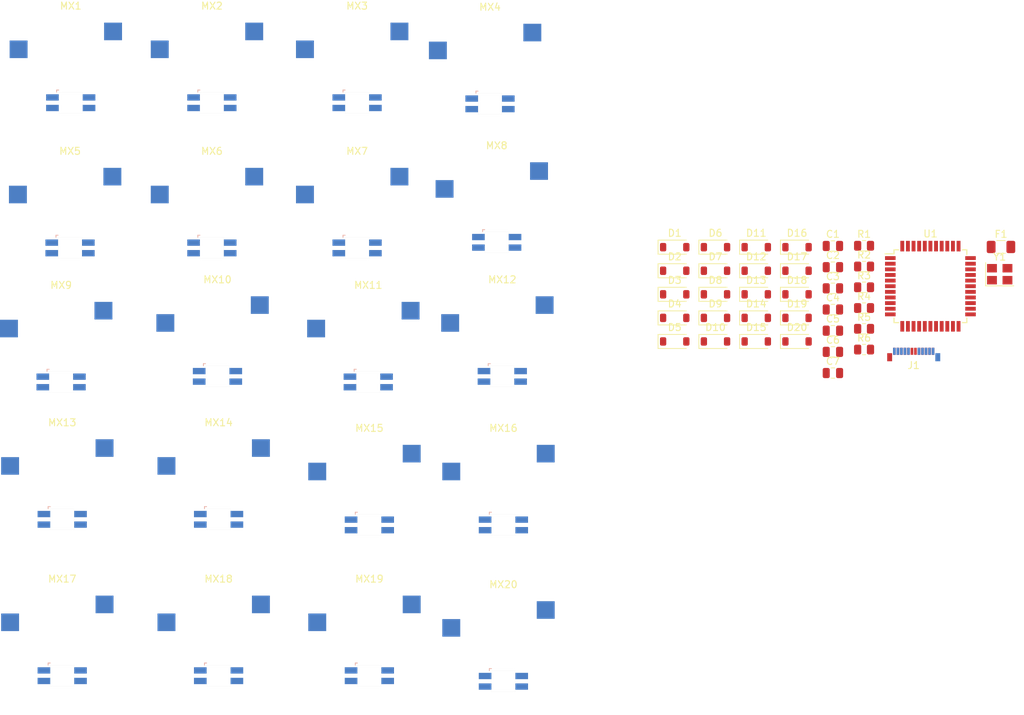
<source format=kicad_pcb>
(kicad_pcb (version 20221018) (generator pcbnew)
  (layers (0 "F.Cu" signal) (31 "B.Cu" signal) (34 "B.Paste" user) (35 "F.Paste" user) (36 "B.SilkS" user "B.Silkscreen") (37 "F.SilkS" user "F.Silkscreen") (38 "B.Mask" user) (39 "F.Mask" user) (44 "Edge.Cuts" user))
  (net 0 "")
  (net 1 "GND")
  (net 2 "Net-(U1-XTAL1)")
  (net 3 "Net-(U1-XTAL2)")
  (net 4 "Net-(U1-UCAP)")
  (net 5 "+5V")
  (net 6 "row0")
  (net 7 "Net-(D1-A)")
  (net 8 "Net-(D2-A)")
  (net 9 "Net-(D3-A)")
  (net 10 "Net-(D4-A)")
  (net 11 "row1")
  (net 12 "Net-(D5-A)")
  (net 13 "Net-(D6-A)")
  (net 14 "Net-(D7-A)")
  (net 15 "Net-(D8-A)")
  (net 16 "row2")
  (net 17 "Net-(D9-A)")
  (net 18 "Net-(D10-A)")
  (net 19 "Net-(D11-A)")
  (net 20 "Net-(D12-A)")
  (net 21 "row3")
  (net 22 "Net-(D13-A)")
  (net 23 "Net-(D14-A)")
  (net 24 "Net-(D15-A)")
  (net 25 "Net-(D16-A)")
  (net 26 "row4")
  (net 27 "Net-(D17-A)")
  (net 28 "Net-(D18-A)")
  (net 29 "Net-(D19-A)")
  (net 30 "Net-(D20-A)")
  (net 31 "VCC")
  (net 34 "Net-(J1-CC1)")
  (net 35 "D+")
  (net 36 "D-")
  (net 42 "Net-(J1-CC2)")
  (net 47 "col0")
  (net 48 "RGB-")
  (net 49 "DIN")
  (net 50 "RGB+")
  (net 51 "Net-(MX1-DOUT)")
  (net 52 "col1")
  (net 53 "Net-(MX2-DOUT)")
  (net 54 "col2")
  (net 55 "Net-(MX3-DOUT)")
  (net 56 "col3")
  (net 57 "Net-(MX4-DOUT)")
  (net 58 "Net-(MX5-DOUT)")
  (net 59 "Net-(MX6-DOUT)")
  (net 60 "Net-(MX7-DOUT)")
  (net 61 "Net-(MX8-DOUT)")
  (net 62 "Net-(MX10-DIN)")
  (net 63 "Net-(MX10-DOUT)")
  (net 64 "Net-(MX11-DOUT)")
  (net 65 "Net-(MX12-DOUT)")
  (net 66 "Net-(MX13-DOUT)")
  (net 67 "Net-(MX14-DOUT)")
  (net 68 "Net-(MX15-DOUT)")
  (net 69 "Net-(MX16-DOUT)")
  (net 70 "Net-(MX17-DOUT)")
  (net 71 "Net-(MX18-DOUT)")
  (net 72 "Net-(MX19-DOUT)")
  (net 73 "DOUT")
  (net 74 "Net-(U1-~{RESET})")
  (net 75 "Net-(U1-D+)")
  (net 76 "Net-(U1-D-)")
  (net 77 "Net-(U1-~{HWB}{slash}PE2)")
  (footprint "Diode_SMD:D_SOD-123" (layer "F.Cu") (at 119.04125 52.44375)
    (fp_text reference "D8" (at 0 -2) (layer "F.SilkS"))
    (fp_text value "D_Small")
    (pad "1" smd roundrect (at -1.65 0) (size 0.9 1.2) (layers "F.Cu" "F.Paste" "F.Mask") (net 11 "row1"))
    (pad "2" smd roundrect (at 1.65 0) (size 0.9 1.2) (layers "F.Cu" "F.Paste" "F.Mask") (net 15 "Net-(D8-A)"))
  )
  (footprint "Diode_SMD:D_SOD-123" (layer "F.Cu") (at 119.04125 49.09375)
    (fp_text reference "D7" (at 0 -2) (layer "F.SilkS"))
    (fp_text value "D_Small")
    (pad "1" smd roundrect (at -1.65 0) (size 0.9 1.2) (layers "F.Cu" "F.Paste" "F.Mask") (net 11 "row1"))
    (pad "2" smd roundrect (at 1.65 0) (size 0.9 1.2) (layers "F.Cu" "F.Paste" "F.Mask") (net 14 "Net-(D7-A)"))
  )
  (footprint "Cherry MX:Cherry-MX_PCB-Mounted_LTST-A683CEGBW_Kailh_Socket" (layer "F.Cu") (at 68.10375 20.16125)
    (fp_text reference "MX3" (at 0 -8.7) (layer "F.SilkS"))
    (fp_text value "~")
    (fp_poly (pts (xy 1.7 6.55) (xy -1.7 6.55) (xy -1.7 3.55) (xy 1.7 3.55)) (stroke (width 0.01)) (fill none) (layer "Edge.Cuts"))
    (pad "" np_thru_hole circle (at -5.08 0) (size 1.7 1.7) (drill 1.7) (layers "*.Cu" "*.Mask"))
    (pad "" np_thru_hole circle (at -3.81 -2.54) (size 3 3) (drill 3) (layers "*.Cu" "*.Mask"))
    (pad "" np_thru_hole circle (at 0 0) (size 4 4) (drill 4) (layers "*.Cu" "*.Mask"))
    (pad "" np_thru_hole circle (at 2.54 -5.08) (size 3 3) (drill 3) (layers "*.Cu" "*.Mask"))
    (pad "" np_thru_hole circle (at 5.08 0) (size 1.7 1.7) (drill 1.7) (layers "*.Cu" "*.Mask"))
    (pad "1" smd rect (at -2.6 4.3) (size 1.8 0.9) (layers "B.Cu" "B.Paste" "B.Mask") (net 48 "RGB-"))
    (pad "2" smd rect (at -2.6 5.8) (size 1.8 0.9) (layers "B.Cu" "B.Paste" "B.Mask") (net 53 "Net-(MX2-DOUT)"))
    (pad "3" smd rect (at 2.6 4.3) (size 1.8 0.9) (layers "B.Cu" "B.Paste" "B.Mask") (net 55 "Net-(MX3-DOUT)"))
    (pad "4" smd rect (at 2.6 5.8) (size 1.8 0.9) (layers "B.Cu" "B.Paste" "B.Mask") (net 50 "RGB+"))
    (pad "5" smd rect (at -7.41 -2.54) (size 2.55 2.5) (layers "B.Cu" "B.Paste" "B.Mask") (net 9 "Net-(D3-A)"))
    (pad "6" smd rect (at 6.015 -5.08) (size 2.55 2.5) (layers "B.Cu" "B.Paste" "B.Mask") (net 54 "col2"))
  )
  (footprint "Diode_SMD:D_SOD-123" (layer "F.Cu") (at 113.24625 52.44375)
    (fp_text reference "D3" (at 0 -2) (layer "F.SilkS"))
    (fp_text value "D_Small")
    (pad "1" smd roundrect (at -1.65 0) (size 0.9 1.2) (layers "F.Cu" "F.Paste" "F.Mask") (net 6 "row0"))
    (pad "2" smd roundrect (at 1.65 0) (size 0.9 1.2) (layers "F.Cu" "F.Paste" "F.Mask") (net 9 "Net-(D3-A)"))
  )
  (footprint "Cherry MX:Cherry-MX_PCB-Mounted_LTST-A683CEGBW_Kailh_Socket" (layer "F.Cu") (at 69.69125 59.84875)
    (fp_text reference "MX11" (at 0 -8.7) (layer "F.SilkS"))
    (fp_text value "~")
    (fp_poly (pts (xy 1.7 6.55) (xy -1.7 6.55) (xy -1.7 3.55) (xy 1.7 3.55)) (stroke (width 0.01)) (fill none) (layer "Edge.Cuts"))
    (pad "" np_thru_hole circle (at -5.08 0) (size 1.7 1.7) (drill 1.7) (layers "*.Cu" "*.Mask"))
    (pad "" np_thru_hole circle (at -3.81 -2.54) (size 3 3) (drill 3) (layers "*.Cu" "*.Mask"))
    (pad "" np_thru_hole circle (at 0 0) (size 4 4) (drill 4) (layers "*.Cu" "*.Mask"))
    (pad "" np_thru_hole circle (at 2.54 -5.08) (size 3 3) (drill 3) (layers "*.Cu" "*.Mask"))
    (pad "" np_thru_hole circle (at 5.08 0) (size 1.7 1.7) (drill 1.7) (layers "*.Cu" "*.Mask"))
    (pad "1" smd rect (at -2.6 4.3) (size 1.8 0.9) (layers "B.Cu" "B.Paste" "B.Mask") (net 48 "RGB-"))
    (pad "2" smd rect (at -2.6 5.8) (size 1.8 0.9) (layers "B.Cu" "B.Paste" "B.Mask") (net 63 "Net-(MX10-DOUT)"))
    (pad "3" smd rect (at 2.6 4.3) (size 1.8 0.9) (layers "B.Cu" "B.Paste" "B.Mask") (net 64 "Net-(MX11-DOUT)"))
    (pad "4" smd rect (at 2.6 5.8) (size 1.8 0.9) (layers "B.Cu" "B.Paste" "B.Mask") (net 50 "RGB+"))
    (pad "5" smd rect (at -7.41 -2.54) (size 2.55 2.5) (layers "B.Cu" "B.Paste" "B.Mask") (net 19 "Net-(D11-A)"))
    (pad "6" smd rect (at 6.015 -5.08) (size 2.55 2.5) (layers "B.Cu" "B.Paste" "B.Mask") (net 54 "col2"))
  )
  (footprint "Diode_SMD:D_SOD-123" (layer "F.Cu") (at 130.63125 52.44375)
    (fp_text reference "D18" (at 0 -2) (layer "F.SilkS"))
    (fp_text value "D_Small")
    (pad "1" smd roundrect (at -1.65 0) (size 0.9 1.2) (layers "F.Cu" "F.Paste" "F.Mask") (net 26 "row4"))
    (pad "2" smd roundrect (at 1.65 0) (size 0.9 1.2) (layers "F.Cu" "F.Paste" "F.Mask") (net 28 "Net-(D18-A)"))
  )
  (footprint "Cherry MX:Cherry-MX_PCB-Mounted_LTST-A683CEGBW_Kailh_Socket" (layer "F.Cu") (at 26.19375 101.6)
    (fp_text reference "MX17" (at 0 -8.7) (layer "F.SilkS"))
    (fp_text value "~")
    (fp_poly (pts (xy 1.7 6.55) (xy -1.7 6.55) (xy -1.7 3.55) (xy 1.7 3.55)) (stroke (width 0.01)) (fill none) (layer "Edge.Cuts"))
    (pad "" np_thru_hole circle (at -5.08 0) (size 1.7 1.7) (drill 1.7) (layers "*.Cu" "*.Mask"))
    (pad "" np_thru_hole circle (at -3.81 -2.54) (size 3 3) (drill 3) (layers "*.Cu" "*.Mask"))
    (pad "" np_thru_hole circle (at 0 0) (size 4 4) (drill 4) (layers "*.Cu" "*.Mask"))
    (pad "" np_thru_hole circle (at 2.54 -5.08) (size 3 3) (drill 3) (layers "*.Cu" "*.Mask"))
    (pad "" np_thru_hole circle (at 5.08 0) (size 1.7 1.7) (drill 1.7) (layers "*.Cu" "*.Mask"))
    (pad "1" smd rect (at -2.6 4.3) (size 1.8 0.9) (layers "B.Cu" "B.Paste" "B.Mask") (net 48 "RGB-"))
    (pad "2" smd rect (at -2.6 5.8) (size 1.8 0.9) (layers "B.Cu" "B.Paste" "B.Mask") (net 69 "Net-(MX16-DOUT)"))
    (pad "3" smd rect (at 2.6 4.3) (size 1.8 0.9) (layers "B.Cu" "B.Paste" "B.Mask") (net 70 "Net-(MX17-DOUT)"))
    (pad "4" smd rect (at 2.6 5.8) (size 1.8 0.9) (layers "B.Cu" "B.Paste" "B.Mask") (net 50 "RGB+"))
    (pad "5" smd rect (at -7.41 -2.54) (size 2.55 2.5) (layers "B.Cu" "B.Paste" "B.Mask") (net 27 "Net-(D17-A)"))
    (pad "6" smd rect (at 6.015 -5.08) (size 2.55 2.5) (layers "B.Cu" "B.Paste" "B.Mask") (net 47 "col0"))
  )
  (footprint "Diode_SMD:D_SOD-123" (layer "F.Cu") (at 130.63125 55.79375)
    (fp_text reference "D19" (at 0 -2) (layer "F.SilkS"))
    (fp_text value "D_Small")
    (pad "1" smd roundrect (at -1.65 0) (size 0.9 1.2) (layers "F.Cu" "F.Paste" "F.Mask") (net 26 "row4"))
    (pad "2" smd roundrect (at 1.65 0) (size 0.9 1.2) (layers "F.Cu" "F.Paste" "F.Mask") (net 29 "Net-(D19-A)"))
  )
  (footprint "Cherry MX:Cherry-MX_PCB-Mounted_LTST-A683CEGBW_Kailh_Socket" (layer "F.Cu") (at 48.26 59.055)
    (fp_text reference "MX10" (at 0 -8.7) (layer "F.SilkS"))
    (fp_text value "~")
    (fp_poly (pts (xy 1.7 6.55) (xy -1.7 6.55) (xy -1.7 3.55) (xy 1.7 3.55)) (stroke (width 0.01)) (fill none) (layer "Edge.Cuts"))
    (pad "" np_thru_hole circle (at -5.08 0) (size 1.7 1.7) (drill 1.7) (layers "*.Cu" "*.Mask"))
    (pad "" np_thru_hole circle (at -3.81 -2.54) (size 3 3) (drill 3) (layers "*.Cu" "*.Mask"))
    (pad "" np_thru_hole circle (at 0 0) (size 4 4) (drill 4) (layers "*.Cu" "*.Mask"))
    (pad "" np_thru_hole circle (at 2.54 -5.08) (size 3 3) (drill 3) (layers "*.Cu" "*.Mask"))
    (pad "" np_thru_hole circle (at 5.08 0) (size 1.7 1.7) (drill 1.7) (layers "*.Cu" "*.Mask"))
    (pad "1" smd rect (at -2.6 4.3) (size 1.8 0.9) (layers "B.Cu" "B.Paste" "B.Mask") (net 48 "RGB-"))
    (pad "2" smd rect (at -2.6 5.8) (size 1.8 0.9) (layers "B.Cu" "B.Paste" "B.Mask") (net 62 "Net-(MX10-DIN)"))
    (pad "3" smd rect (at 2.6 4.3) (size 1.8 0.9) (layers "B.Cu" "B.Paste" "B.Mask") (net 63 "Net-(MX10-DOUT)"))
    (pad "4" smd rect (at 2.6 5.8) (size 1.8 0.9) (layers "B.Cu" "B.Paste" "B.Mask") (net 50 "RGB+"))
    (pad "5" smd rect (at -7.41 -2.54) (size 2.55 2.5) (layers "B.Cu" "B.Paste" "B.Mask") (net 18 "Net-(D10-A)"))
    (pad "6" smd rect (at 6.015 -5.08) (size 2.55 2.5) (layers "B.Cu" "B.Paste" "B.Mask") (net 52 "col1"))
  )
  (footprint "Cherry MX:Cherry-MX_PCB-Mounted_LTST-A683CEGBW_Kailh_Socket" (layer "F.Cu") (at 26.035 59.84875)
    (fp_text reference "MX9" (at 0 -8.7) (layer "F.SilkS"))
    (fp_text value "~")
    (fp_poly (pts (xy 1.7 6.55) (xy -1.7 6.55) (xy -1.7 3.55) (xy 1.7 3.55)) (stroke (width 0.01)) (fill none) (layer "Edge.Cuts"))
    (pad "" np_thru_hole circle (at -5.08 0) (size 1.7 1.7) (drill 1.7) (layers "*.Cu" "*.Mask"))
    (pad "" np_thru_hole circle (at -3.81 -2.54) (size 3 3) (drill 3) (layers "*.Cu" "*.Mask"))
    (pad "" np_thru_hole circle (at 0 0) (size 4 4) (drill 4) (layers "*.Cu" "*.Mask"))
    (pad "" np_thru_hole circle (at 2.54 -5.08) (size 3 3) (drill 3) (layers "*.Cu" "*.Mask"))
    (pad "" np_thru_hole circle (at 5.08 0) (size 1.7 1.7) (drill 1.7) (layers "*.Cu" "*.Mask"))
    (pad "1" smd rect (at -2.6 4.3) (size 1.8 0.9) (layers "B.Cu" "B.Paste" "B.Mask") (net 48 "RGB-"))
    (pad "2" smd rect (at -2.6 5.8) (size 1.8 0.9) (layers "B.Cu" "B.Paste" "B.Mask") (net 61 "Net-(MX8-DOUT)"))
    (pad "3" smd rect (at 2.6 4.3) (size 1.8 0.9) (layers "B.Cu" "B.Paste" "B.Mask") (net 62 "Net-(MX10-DIN)"))
    (pad "4" smd rect (at 2.6 5.8) (size 1.8 0.9) (layers "B.Cu" "B.Paste" "B.Mask") (net 50 "RGB+"))
    (pad "5" smd rect (at -7.41 -2.54) (size 2.55 2.5) (layers "B.Cu" "B.Paste" "B.Mask") (net 17 "Net-(D9-A)"))
    (pad "6" smd rect (at 6.015 -5.08) (size 2.55 2.5) (layers "B.Cu" "B.Paste" "B.Mask") (net 47 "col0"))
  )
  (footprint "Resistor_SMD:R_0805_2012Metric" (layer "F.Cu") (at 140.16125 60.29375)
    (fp_text reference "R6" (at 0 -1.65) (layer "F.SilkS"))
    (fp_text value "5.1k")
    (pad "1" smd roundrect (at -0.9125 0) (size 1.025 1.4) (layers "F.Cu" "F.Paste" "F.Mask") (roundrect_rratio 0.243902) (net 34 "Net-(J1-CC1)"))
    (pad "2" smd roundrect (at 0.9125 0) (size 1.025 1.4) (layers "F.Cu" "F.Paste" "F.Mask") (roundrect_rratio 0.243902) (net 1 "GND"))
  )
  (footprint "Cherry MX:Cherry-MX_PCB-Mounted_LTST-A683CEGBW_Kailh_Socket" (layer "F.Cu") (at 47.46625 40.79875)
    (fp_text reference "MX6" (at 0 -8.7) (layer "F.SilkS"))
    (fp_text value "~")
    (fp_poly (pts (xy 1.7 6.55) (xy -1.7 6.55) (xy -1.7 3.55) (xy 1.7 3.55)) (stroke (width 0.01)) (fill none) (layer "Edge.Cuts"))
    (pad "" np_thru_hole circle (at -5.08 0) (size 1.7 1.7) (drill 1.7) (layers "*.Cu" "*.Mask"))
    (pad "" np_thru_hole circle (at -3.81 -2.54) (size 3 3) (drill 3) (layers "*.Cu" "*.Mask"))
    (pad "" np_thru_hole circle (at 0 0) (size 4 4) (drill 4) (layers "*.Cu" "*.Mask"))
    (pad "" np_thru_hole circle (at 2.54 -5.08) (size 3 3) (drill 3) (layers "*.Cu" "*.Mask"))
    (pad "" np_thru_hole circle (at 5.08 0) (size 1.7 1.7) (drill 1.7) (layers "*.Cu" "*.Mask"))
    (pad "1" smd rect (at -2.6 4.3) (size 1.8 0.9) (layers "B.Cu" "B.Paste" "B.Mask") (net 48 "RGB-"))
    (pad "2" smd rect (at -2.6 5.8) (size 1.8 0.9) (layers "B.Cu" "B.Paste" "B.Mask") (net 58 "Net-(MX5-DOUT)"))
    (pad "3" smd rect (at 2.6 4.3) (size 1.8 0.9) (layers "B.Cu" "B.Paste" "B.Mask") (net 59 "Net-(MX6-DOUT)"))
    (pad "4" smd rect (at 2.6 5.8) (size 1.8 0.9) (layers "B.Cu" "B.Paste" "B.Mask") (net 50 "RGB+"))
    (pad "5" smd rect (at -7.41 -2.54) (size 2.55 2.5) (layers "B.Cu" "B.Paste" "B.Mask") (net 13 "Net-(D6-A)"))
    (pad "6" smd rect (at 6.015 -5.08) (size 2.55 2.5) (layers "B.Cu" "B.Paste" "B.Mask") (net 52 "col1"))
  )
  (footprint "Diode_SMD:D_SOD-123" (layer "F.Cu") (at 130.63125 59.14375)
    (fp_text reference "D20" (at 0 -2) (layer "F.SilkS"))
    (fp_text value "D_Small")
    (pad "1" smd roundrect (at -1.65 0) (size 0.9 1.2) (layers "F.Cu" "F.Paste" "F.Mask") (net 26 "row4"))
    (pad "2" smd roundrect (at 1.65 0) (size 0.9 1.2) (layers "F.Cu" "F.Paste" "F.Mask") (net 30 "Net-(D20-A)"))
  )
  (footprint "Capacitor_SMD:C_0805_2012Metric" (layer "F.Cu") (at 135.73125 57.61375)
    (fp_text reference "C5" (at 0 -1.68) (layer "F.SilkS"))
    (fp_text value "0.1uF")
    (pad "1" smd roundrect (at -0.95 0) (size 1 1.45) (layers "F.Cu" "F.Paste" "F.Mask") (net 5 "+5V"))
    (pad "2" smd roundrect (at 0.95 0) (size 1 1.45) (layers "F.Cu" "F.Paste" "F.Mask") (net 1 "GND"))
  )
  (footprint "Cherry MX:Cherry-MX_PCB-Mounted_LTST-A683CEGBW_Kailh_Socket" (layer "F.Cu") (at 27.40375 20.16125)
    (fp_text reference "MX1" (at 0 -8.7) (layer "F.SilkS"))
    (fp_text value "~")
    (fp_poly (pts (xy 1.7 6.55) (xy -1.7 6.55) (xy -1.7 3.55) (xy 1.7 3.55)) (stroke (width 0.01)) (fill none) (layer "Edge.Cuts"))
    (pad "" np_thru_hole circle (at -5.08 0) (size 1.7 1.7) (drill 1.7) (layers "*.Cu" "*.Mask"))
    (pad "" np_thru_hole circle (at -3.81 -2.54) (size 3 3) (drill 3) (layers "*.Cu" "*.Mask"))
    (pad "" np_thru_hole circle (at 0 0) (size 4 4) (drill 4) (layers "*.Cu" "*.Mask"))
    (pad "" np_thru_hole circle (at 2.54 -5.08) (size 3 3) (drill 3) (layers "*.Cu" "*.Mask"))
    (pad "" np_thru_hole circle (at 5.08 0) (size 1.7 1.7) (drill 1.7) (layers "*.Cu" "*.Mask"))
    (pad "1" smd rect (at -2.6 4.3) (size 1.8 0.9) (layers "B.Cu" "B.Paste" "B.Mask") (net 48 "RGB-"))
    (pad "2" smd rect (at -2.6 5.8) (size 1.8 0.9) (layers "B.Cu" "B.Paste" "B.Mask") (net 49 "DIN"))
    (pad "3" smd rect (at 2.6 4.3) (size 1.8 0.9) (layers "B.Cu" "B.Paste" "B.Mask") (net 51 "Net-(MX1-DOUT)"))
    (pad "4" smd rect (at 2.6 5.8) (size 1.8 0.9) (layers "B.Cu" "B.Paste" "B.Mask") (net 50 "RGB+"))
    (pad "5" smd rect (at -7.41 -2.54) (size 2.55 2.5) (layers "B.Cu" "B.Paste" "B.Mask") (net 7 "Net-(D1-A)"))
    (pad "6" smd rect (at 6.015 -5.08) (size 2.55 2.5) (layers "B.Cu" "B.Paste" "B.Mask") (net 47 "col0"))
  )
  (footprint "Crystal:Crystal_SMD_3225-4Pin_3.2x2.5mm" (layer "F.Cu") (at 159.44125 49.58375)
    (fp_text reference "Y1" (at 0 -2.45) (layer "F.SilkS"))
    (fp_text value "16MHz")
    (pad "1" smd rect (at -1.1 0.85) (size 1.4 1.2) (layers "F.Cu" "F.Paste" "F.Mask") (net 2 "Net-(U1-XTAL1)"))
    (pad "2" smd rect (at 1.1 0.85) (size 1.4 1.2) (layers "F.Cu" "F.Paste" "F.Mask") (net 1 "GND"))
    (pad "3" smd rect (at 1.1 -0.85) (size 1.4 1.2) (layers "F.Cu" "F.Paste" "F.Mask") (net 3 "Net-(U1-XTAL2)"))
    (pad "4" smd rect (at -1.1 -0.85) (size 1.4 1.2) (layers "F.Cu" "F.Paste" "F.Mask") (net 1 "GND"))
  )
  (footprint "Diode_SMD:D_SOD-123" (layer "F.Cu") (at 113.24625 45.74375)
    (fp_text reference "D1" (at 0 -2) (layer "F.SilkS"))
    (fp_text value "D_Small")
    (pad "1" smd roundrect (at -1.65 0) (size 0.9 1.2) (layers "F.Cu" "F.Paste" "F.Mask") (net 6 "row0"))
    (pad "2" smd roundrect (at 1.65 0) (size 0.9 1.2) (layers "F.Cu" "F.Paste" "F.Mask") (net 7 "Net-(D1-A)"))
  )
  (footprint "Cherry MX:Cherry-MX_PCB-Mounted_LTST-A683CEGBW_Kailh_Socket" (layer "F.Cu") (at 87.9475 40.005)
    (fp_text reference "MX8" (at 0 -8.7) (layer "F.SilkS"))
    (fp_text value "~")
    (fp_poly (pts (xy 1.7 6.55) (xy -1.7 6.55) (xy -1.7 3.55) (xy 1.7 3.55)) (stroke (width 0.01)) (fill none) (layer "Edge.Cuts"))
    (pad "" np_thru_hole circle (at -5.08 0) (size 1.7 1.7) (drill 1.7) (layers "*.Cu" "*.Mask"))
    (pad "" np_thru_hole circle (at -3.81 -2.54) (size 3 3) (drill 3) (layers "*.Cu" "*.Mask"))
    (pad "" np_thru_hole circle (at 0 0) (size 4 4) (drill 4) (layers "*.Cu" "*.Mask"))
    (pad "" np_thru_hole circle (at 2.54 -5.08) (size 3 3) (drill 3) (layers "*.Cu" "*.Mask"))
    (pad "" np_thru_hole circle (at 5.08 0) (size 1.7 1.7) (drill 1.7) (layers "*.Cu" "*.Mask"))
    (pad "1" smd rect (at -2.6 4.3) (size 1.8 0.9) (layers "B.Cu" "B.Paste" "B.Mask") (net 48 "RGB-"))
    (pad "2" smd rect (at -2.6 5.8) (size 1.8 0.9) (layers "B.Cu" "B.Paste" "B.Mask") (net 60 "Net-(MX7-DOUT)"))
    (pad "3" smd rect (at 2.6 4.3) (size 1.8 0.9) (layers "B.Cu" "B.Paste" "B.Mask") (net 61 "Net-(MX8-DOUT)"))
    (pad "4" smd rect (at 2.6 5.8) (size 1.8 0.9) (layers "B.Cu" "B.Paste" "B.Mask") (net 50 "RGB+"))
    (pad "5" smd rect (at -7.41 -2.54) (size 2.55 2.5) (layers "B.Cu" "B.Paste" "B.Mask") (net 15 "Net-(D8-A)"))
    (pad "6" smd rect (at 6.015 -5.08) (size 2.55 2.5) (layers "B.Cu" "B.Paste" "B.Mask") (net 56 "col3"))
  )
  (footprint "Package_QFP:TQFP-44_10x10mm_P0.8mm" (layer "F.Cu") (at 149.59125 51.29375)
    (fp_text reference "U1" (at 0 -7.45) (layer "F.SilkS"))
    (fp_text value "ATmega32U4-A")
    (pad "1" smd rect (at -5.7 -4) (size 1.5 0.55) (layers "F.Cu" "F.Paste" "F.Mask"))
    (pad "2" smd rect (at -5.7 -3.2) (size 1.5 0.55) (layers "F.Cu" "F.Paste" "F.Mask") (net 5 "+5V"))
    (pad "3" smd rect (at -5.7 -2.4) (size 1.5 0.55) (layers "F.Cu" "F.Paste" "F.Mask") (net 76 "Net-(U1-D-)"))
    (pad "4" smd rect (at -5.7 -1.6) (size 1.5 0.55) (layers "F.Cu" "F.Paste" "F.Mask") (net 75 "Net-(U1-D+)"))
    (pad "5" smd rect (at -5.7 -0.8) (size 1.5 0.55) (layers "F.Cu" "F.Paste" "F.Mask") (net 1 "GND"))
    (pad "6" smd rect (at -5.7 0) (size 1.5 0.55) (layers "F.Cu" "F.Paste" "F.Mask") (net 4 "Net-(U1-UCAP)"))
    (pad "7" smd rect (at -5.7 0.8) (size 1.5 0.55) (layers "F.Cu" "F.Paste" "F.Mask") (net 5 "+5V"))
    (pad "8" smd rect (at -5.7 1.6) (size 1.5 0.55) (layers "F.Cu" "F.Paste" "F.Mask"))
    (pad "9" smd rect (at -5.7 2.4) (size 1.5 0.55) (layers "F.Cu" "F.Paste" "F.Mask"))
    (pad "10" smd rect (at -5.7 3.2) (size 1.5 0.55) (layers "F.Cu" "F.Paste" "F.Mask"))
    (pad "11" smd rect (at -5.7 4) (size 1.5 0.55) (layers "F.Cu" "F.Paste" "F.Mask"))
    (pad "12" smd rect (at -4 5.7 90) (size 1.5 0.55) (layers "F.Cu" "F.Paste" "F.Mask"))
    (pad "13" smd rect (at -3.2 5.7 90) (size 1.5 0.55) (layers "F.Cu" "F.Paste" "F.Mask") (net 74 "Net-(U1-~{RESET})"))
    (pad "14" smd rect (at -2.4 5.7 90) (size 1.5 0.55) (layers "F.Cu" "F.Paste" "F.Mask") (net 5 "+5V"))
    (pad "15" smd rect (at -1.6 5.7 90) (size 1.5 0.55) (layers "F.Cu" "F.Paste" "F.Mask") (net 1 "GND"))
    (pad "16" smd rect (at -0.8 5.7 90) (size 1.5 0.55) (layers "F.Cu" "F.Paste" "F.Mask") (net 3 "Net-(U1-XTAL2)"))
    (pad "17" smd rect (at 0 5.7 90) (size 1.5 0.55) (layers "F.Cu" "F.Paste" "F.Mask") (net 2 "Net-(U1-XTAL1)"))
    (pad "18" smd rect (at 0.8 5.7 90) (size 1.5 0.55) (layers "F.Cu" "F.Paste" "F.Mask"))
    (pad "19" smd rect (at 1.6 5.7 90) (size 1.5 0.55) (layers "F.Cu" "F.Paste" "F.Mask"))
    (pad "20" smd rect (at 2.4 5.7 90) (size 1.5 0.55) (layers "F.Cu" "F.Paste" "F.Mask"))
    (pad "21" smd rect (at 3.2 5.7 90) (size 1.5 0.55) (layers "F.Cu" "F.Paste" "F.Mask"))
    (pad "22" smd rect (at 4 5.7 90) (size 1.5 0.55) (layers "F.Cu" "F.Paste" "F.Mask"))
    (pad "23" smd rect (at 5.7 4) (size 1.5 0.55) (layers "F.Cu" "F.Paste" "F.Mask") (net 1 "GND"))
    (pad "24" smd rect (at 5.7 3.2) (size 1.5 0.55) (layers "F.Cu" "F.Paste" "F.Mask") (net 5 "+5V"))
    (pad "25" smd rect (at 5.7 2.4) (size 1.5 0.55) (layers "F.Cu" "F.Paste" "F.Mask"))
    (pad "26" smd rect (at 5.7 1.6) (size 1.5 0.55) (layers "F.Cu" "F.Paste" "F.Mask"))
    (pad "27" smd rect (at 5.7 0.8) (size 1.5 0.55) (layers "F.Cu" "F.Paste" "F.Mask"))
    (pad "28" smd rect (at 5.7 0) (size 1.5 0.55) (layers "F.Cu" "F.Paste" "F.Mask"))
    (pad "29" smd rect (at 5.7 -0.8) (size 1.5 0.55) (layers "F.Cu" "F.Paste" "F.Mask"))
    (pad "30" smd rect (at 5.7 -1.6) (size 1.5 0.55) (layers "F.Cu" "F.Paste" "F.Mask"))
    (pad "31" smd rect (at 5.7 -2.4) (size 1.5 0.55) (layers "F.Cu" "F.Paste" "F.Mask"))
    (pad "32" smd rect (at 5.7 -3.2) (size 1.5 0.55) (layers "F.Cu" "F.Paste" "F.Mask"))
    (pad "33" smd rect (at 5.7 -4) (size 1.5 0.55) (layers "F.Cu" "F.Paste" "F.Mask") (net 77 "Net-(U1-~{HWB}{slash}PE2)"))
    (pad "34" smd rect (at 4 -5.7 90) (size 1.5 0.55) (layers "F.Cu" "F.Paste" "F.Mask") (net 5 "+5V"))
    (pad "35" smd rect (at 3.2 -5.7 90) (size 1.5 0.55) (layers "F.Cu" "F.Paste" "F.Mask") (net 1 "GND"))
    (pad "36" smd rect (at 2.4 -5.7 90) (size 1.5 0.55) (layers "F.Cu" "F.Paste" "F.Mask"))
    (pad "37" smd rect (at 1.6 -5.7 90) (size 1.5 0.55) (layers "F.Cu" "F.Paste" "F.Mask"))
    (pad "38" smd rect (at 0.8 -5.7 90) (size 1.5 0.55) (layers "F.Cu" "F.Paste" "F.Mask"))
    (pad "39" smd rect (at 0 -5.7 90) (size 1.5 0.55) (layers "F.Cu" "F.Paste" "F.Mask"))
    (pad "40" smd rect (at -0.8 -5.7 90) (size 1.5 0.55) (layers "F.Cu" "F.Paste" "F.Mask"))
    (pad "41" smd rect (at -1.6 -5.7 90) (size 1.5 0.55) (layers "F.Cu" "F.Paste" "F.Mask"))
    (pad "42" smd rect (at -2.4 -5.7 90) (size 1.5 0.55) (layers "F.Cu" "F.Paste" "F.Mask"))
    (pad "43" smd rect (at -3.2 -5.7 90) (size 1.5 0.55) (layers "F.Cu" "F.Paste" "F.Mask") (net 1 "GND"))
    (pad "44" smd rect (at -4 -5.7 90) (size 1.5 0.55) (layers "F.Cu" "F.Paste" "F.Mask") (net 5 "+5V"))
  )
  (footprint "Cherry MX:Cherry-MX_PCB-Mounted_LTST-A683CEGBW_Kailh_Socket" (layer "F.Cu") (at 69.85 80.16875)
    (fp_text reference "MX15" (at 0 -8.7) (layer "F.SilkS"))
    (fp_text value "~")
    (fp_poly (pts (xy 1.7 6.55) (xy -1.7 6.55) (xy -1.7 3.55) (xy 1.7 3.55)) (stroke (width 0.01)) (fill none) (layer "Edge.Cuts"))
    (pad "" np_thru_hole circle (at -5.08 0) (size 1.7 1.7) (drill 1.7) (layers "*.Cu" "*.Mask"))
    (pad "" np_thru_hole circle (at -3.81 -2.54) (size 3 3) (drill 3) (layers "*.Cu" "*.Mask"))
    (pad "" np_thru_hole circle (at 0 0) (size 4 4) (drill 4) (layers "*.Cu" "*.Mask"))
    (pad "" np_thru_hole circle (at 2.54 -5.08) (size 3 3) (drill 3) (layers "*.Cu" "*.Mask"))
    (pad "" np_thru_hole circle (at 5.08 0) (size 1.7 1.7) (drill 1.7) (layers "*.Cu" "*.Mask"))
    (pad "1" smd rect (at -2.6 4.3) (size 1.8 0.9) (layers "B.Cu" "B.Paste" "B.Mask") (net 48 "RGB-"))
    (pad "2" smd rect (at -2.6 5.8) (size 1.8 0.9) (layers "B.Cu" "B.Paste" "B.Mask") (net 67 "Net-(MX14-DOUT)"))
    (pad "3" smd rect (at 2.6 4.3) (size 1.8 0.9) (layers "B.Cu" "B.Paste" "B.Mask") (net 68 "Net-(MX15-DOUT)"))
    (pad "4" smd rect (at 2.6 5.8) (size 1.8 0.9) (layers "B.Cu" "B.Paste" "B.Mask") (net 50 "RGB+"))
    (pad "5" smd rect (at -7.41 -2.54) (size 2.55 2.5) (layers "B.Cu" "B.Paste" "B.Mask") (net 24 "Net-(D15-A)"))
    (pad "6" smd rect (at 6.015 -5.08) (size 2.55 2.5) (layers "B.Cu" "B.Paste" "B.Mask") (net 54 "col2"))
  )
  (footprint "Cherry MX:Cherry-MX_PCB-Mounted_LTST-A683CEGBW_Kailh_Socket" (layer "F.Cu") (at 26.19375 79.375)
    (fp_text reference "MX13" (at 0 -8.7) (layer "F.SilkS"))
    (fp_text value "~")
    (fp_poly (pts (xy 1.7 6.55) (xy -1.7 6.55) (xy -1.7 3.55) (xy 1.7 3.55)) (stroke (width 0.01)) (fill none) (layer "Edge.Cuts"))
    (pad "" np_thru_hole circle (at -5.08 0) (size 1.7 1.7) (drill 1.7) (layers "*.Cu" "*.Mask"))
    (pad "" np_thru_hole circle (at -3.81 -2.54) (size 3 3) (drill 3) (layers "*.Cu" "*.Mask"))
    (pad "" np_thru_hole circle (at 0 0) (size 4 4) (drill 4) (layers "*.Cu" "*.Mask"))
    (pad "" np_thru_hole circle (at 2.54 -5.08) (size 3 3) (drill 3) (layers "*.Cu" "*.Mask"))
    (pad "" np_thru_hole circle (at 5.08 0) (size 1.7 1.7) (drill 1.7) (layers "*.Cu" "*.Mask"))
    (pad "1" smd rect (at -2.6 4.3) (size 1.8 0.9) (layers "B.Cu" "B.Paste" "B.Mask") (net 48 "RGB-"))
    (pad "2" smd rect (at -2.6 5.8) (size 1.8 0.9) (layers "B.Cu" "B.Paste" "B.Mask") (net 65 "Net-(MX12-DOUT)"))
    (pad "3" smd rect (at 2.6 4.3) (size 1.8 0.9) (layers "B.Cu" "B.Paste" "B.Mask") (net 66 "Net-(MX13-DOUT)"))
    (pad "4" smd rect (at 2.6 5.8) (size 1.8 0.9) (layers "B.Cu" "B.Paste" "B.Mask") (net 50 "RGB+"))
    (pad "5" smd rect (at -7.41 -2.54) (size 2.55 2.5) (layers "B.Cu" "B.Paste" "B.Mask") (net 22 "Net-(D13-A)"))
    (pad "6" smd rect (at 6.015 -5.08) (size 2.55 2.5) (layers "B.Cu" "B.Paste" "B.Mask") (net 47 "col0"))
  )
  (footprint "Diode_SMD:D_SOD-123" (layer "F.Cu") (at 119.04125 45.74375)
    (fp_text reference "D6" (at 0 -2) (layer "F.SilkS"))
    (fp_text value "D_Small")
    (pad "1" smd roundrect (at -1.65 0) (size 0.9 1.2) (layers "F.Cu" "F.Paste" "F.Mask") (net 11 "row1"))
    (pad "2" smd roundrect (at 1.65 0) (size 0.9 1.2) (layers "F.Cu" "F.Paste" "F.Mask") (net 13 "Net-(D6-A)"))
  )
  (footprint "Diode_SMD:D_SOD-123" (layer "F.Cu") (at 113.24625 59.14375)
    (fp_text reference "D5" (at 0 -2) (layer "F.SilkS"))
    (fp_text value "D_Small")
    (pad "1" smd roundrect (at -1.65 0) (size 0.9 1.2) (layers "F.Cu" "F.Paste" "F.Mask") (net 11 "row1"))
    (pad "2" smd roundrect (at 1.65 0) (size 0.9 1.2) (layers "F.Cu" "F.Paste" "F.Mask") (net 12 "Net-(D5-A)"))
  )
  (footprint "Cherry MX:Cherry-MX_PCB-Mounted_LTST-A683CEGBW_Kailh_Socket" (layer "F.Cu") (at 88.9 102.39375)
    (fp_text reference "MX20" (at 0 -8.7) (layer "F.SilkS"))
    (fp_text value "~")
    (fp_poly (pts (xy 1.7 6.55) (xy -1.7 6.55) (xy -1.7 3.55) (xy 1.7 3.55)) (stroke (width 0.01)) (fill none) (layer "Edge.Cuts"))
    (pad "" np_thru_hole circle (at -5.08 0) (size 1.7 1.7) (drill 1.7) (layers "*.Cu" "*.Mask"))
    (pad "" np_thru_hole circle (at -3.81 -2.54) (size 3 3) (drill 3) (layers "*.Cu" "*.Mask"))
    (pad "" np_thru_hole circle (at 0 0) (size 4 4) (drill 4) (layers "*.Cu" "*.Mask"))
    (pad "" np_thru_hole circle (at 2.54 -5.08) (size 3 3) (drill 3) (layers "*.Cu" "*.Mask"))
    (pad "" np_thru_hole circle (at 5.08 0) (size 1.7 1.7) (drill 1.7) (layers "*.Cu" "*.Mask"))
    (pad "1" smd rect (at -2.6 4.3) (size 1.8 0.9) (layers "B.Cu" "B.Paste" "B.Mask") (net 48 "RGB-"))
    (pad "2" smd rect (at -2.6 5.8) (size 1.8 0.9) (layers "B.Cu" "B.Paste" "B.Mask") (net 72 "Net-(MX19-DOUT)"))
    (pad "3" smd rect (at 2.6 4.3) (size 1.8 0.9) (layers "B.Cu" "B.Paste" "B.Mask") (net 73 "DOUT"))
    (pad "4" smd rect (at 2.6 5.8) (size 1.8 0.9) (layers "B.Cu" "B.Paste" "B.Mask") (net 50 "RGB+"))
    (pad "5" smd rect (at -7.41 -2.54) (size 2.55 2.5) (layers "B.Cu" "B.Paste" "B.Mask") (net 30 "Net-(D20-A)"))
    (pad "6" smd rect (at 6.015 -5.08) (size 2.55 2.5) (layers "B.Cu" "B.Paste" "B.Mask") (net 56 "col3"))
  )
  (footprint "Resistor_SMD:R_0805_2012Metric" (layer "F.Cu") (at 140.16125 48.49375)
    (fp_text reference "R2" (at 0 -1.65) (layer "F.SilkS"))
    (fp_text value "22")
    (pad "1" smd roundrect (at -0.9125 0) (size 1.025 1.4) (layers "F.Cu" "F.Paste" "F.Mask") (roundrect_rratio 0.243902) (net 35 "D+"))
    (pad "2" smd roundrect (at 0.9125 0) (size 1.025 1.4) (layers "F.Cu" "F.Paste" "F.Mask") (roundrect_rratio 0.243902) (net 75 "Net-(U1-D+)"))
  )
  (footprint "Cherry MX:Cherry-MX_PCB-Mounted_LTST-A683CEGBW_Kailh_Socket" (layer "F.Cu") (at 69.85 101.6)
    (fp_text reference "MX19" (at 0 -8.7) (layer "F.SilkS"))
    (fp_text value "~")
    (fp_poly (pts (xy 1.7 6.55) (xy -1.7 6.55) (xy -1.7 3.55) (xy 1.7 3.55)) (stroke (width 0.01)) (fill none) (layer "Edge.Cuts"))
    (pad "" np_thru_hole circle (at -5.08 0) (size 1.7 1.7) (drill 1.7) (layers "*.Cu" "*.Mask"))
    (pad "" np_thru_hole circle (at -3.81 -2.54) (size 3 3) (drill 3) (layers "*.Cu" "*.Mask"))
    (pad "" np_thru_hole circle (at 0 0) (size 4 4) (drill 4) (layers "*.Cu" "*.Mask"))
    (pad "" np_thru_hole circle (at 2.54 -5.08) (size 3 3) (drill 3) (layers "*.Cu" "*.Mask"))
    (pad "" np_thru_hole circle (at 5.08 0) (size 1.7 1.7) (drill 1.7) (layers "*.Cu" "*.Mask"))
    (pad "1" smd rect (at -2.6 4.3) (size 1.8 0.9) (layers "B.Cu" "B.Paste" "B.Mask") (net 48 "RGB-"))
    (pad "2" smd rect (at -2.6 5.8) (size 1.8 0.9) (layers "B.Cu" "B.Paste" "B.Mask") (net 71 "Net-(MX18-DOUT)"))
    (pad "3" smd rect (at 2.6 4.3) (size 1.8 0.9) (layers "B.Cu" "B.Paste" "B.Mask") (net 72 "Net-(MX19-DOUT)"))
    (pad "4" smd rect (at 2.6 5.8) (size 1.8 0.9) (layers "B.Cu" "B.Paste" "B.Mask") (net 50 "RGB+"))
    (pad "5" smd rect (at -7.41 -2.54) (size 2.55 2.5) (layers "B.Cu" "B.Paste" "B.Mask") (net 29 "Net-(D19-A)"))
    (pad "6" smd rect (at 6.015 -5.08) (size 2.55 2.5) (layers "B.Cu" "B.Paste" "B.Mask") (net 54 "col2"))
  )
  (footprint "Diode_SMD:D_SOD-123" (layer "F.Cu") (at 124.83625 55.79375)
    (fp_text reference "D14" (at 0 -2) (layer "F.SilkS"))
    (fp_text value "D_Small")
    (pad "1" smd roundrect (at -1.65 0) (size 0.9 1.2) (layers "F.Cu" "F.Paste" "F.Mask") (net 21 "row3"))
    (pad "2" smd roundrect (at 1.65 0) (size 0.9 1.2) (layers "F.Cu" "F.Paste" "F.Mask") (net 23 "Net-(D14-A)"))
  )
  (footprint "Resistor_SMD:R_0805_2012Metric" (layer "F.Cu") (at 140.16125 57.34375)
    (fp_text reference "R5" (at 0 -1.65) (layer "F.SilkS"))
    (fp_text value "5.1k")
    (pad "1" smd roundrect (at -0.9125 0) (size 1.025 1.4) (layers "F.Cu" "F.Paste" "F.Mask") (roundrect_rratio 0.243902) (net 42 "Net-(J1-CC2)"))
    (pad "2" smd roundrect (at 0.9125 0) (size 1.025 1.4) (layers "F.Cu" "F.Paste" "F.Mask") (roundrect_rratio 0.243902) (net 1 "GND"))
  )
  (footprint "Diode_SMD:D_SOD-123" (layer "F.Cu") (at 124.83625 59.14375)
    (fp_text reference "D15" (at 0 -2) (layer "F.SilkS"))
    (fp_text value "D_Small")
    (pad "1" smd roundrect (at -1.65 0) (size 0.9 1.2) (layers "F.Cu" "F.Paste" "F.Mask") (net 21 "row3"))
    (pad "2" smd roundrect (at 1.65 0) (size 0.9 1.2) (layers "F.Cu" "F.Paste" "F.Mask") (net 24 "Net-(D15-A)"))
  )
  (footprint "Capacitor_SMD:C_0805_2012Metric" (layer "F.Cu") (at 135.73125 48.58375)
    (fp_text reference "C2" (at 0 -1.68) (layer "F.SilkS"))
    (fp_text value "22pF")
    (pad "1" smd roundrect (at -0.95 0) (size 1 1.45) (layers "F.Cu" "F.Paste" "F.Mask") (net 1 "GND"))
    (pad "2" smd roundrect (at 0.95 0) (size 1 1.45) (layers "F.Cu" "F.Paste" "F.Mask") (net 3 "Net-(U1-XTAL2)"))
  )
  (footprint "Diode_SMD:D_SOD-123" (layer "F.Cu") (at 130.63125 49.09375)
    (fp_text reference "D17" (at 0 -2) (layer "F.SilkS"))
    (fp_text value "D_Small")
    (pad "1" smd roundrect (at -1.65 0) (size 0.9 1.2) (layers "F.Cu" "F.Paste" "F.Mask") (net 26 "row4"))
    (pad "2" smd roundrect (at 1.65 0) (size 0.9 1.2) (layers "F.Cu" "F.Paste" "F.Mask") (net 27 "Net-(D17-A)"))
  )
  (footprint "Diode_SMD:D_SOD-123" (layer "F.Cu") (at 124.83625 49.09375)
    (fp_text reference "D12" (at 0 -2) (layer "F.SilkS"))
    (fp_text value "D_Small")
    (pad "1" smd roundrect (at -1.65 0) (size 0.9 1.2) (layers "F.Cu" "F.Paste" "F.Mask") (net 16 "row2"))
    (pad "2" smd roundrect (at 1.65 0) (size 0.9 1.2) (layers "F.Cu" "F.Paste" "F.Mask") (net 20 "Net-(D12-A)"))
  )
  (footprint "Cherry MX:Cherry-MX_PCB-Mounted_LTST-A683CEGBW_Kailh_Socket" (layer "F.Cu") (at 86.995 20.32)
    (fp_text reference "MX4" (at 0 -8.7) (layer "F.SilkS"))
    (fp_text value "~")
    (fp_poly (pts (xy 1.7 6.55) (xy -1.7 6.55) (xy -1.7 3.55) (xy 1.7 3.55)) (stroke (width 0.01)) (fill none) (layer "Edge.Cuts"))
    (pad "" np_thru_hole circle (at -5.08 0) (size 1.7 1.7) (drill 1.7) (layers "*.Cu" "*.Mask"))
    (pad "" np_thru_hole circle (at -3.81 -2.54) (size 3 3) (drill 3) (layers "*.Cu" "*.Mask"))
    (pad "" np_thru_hole circle (at 0 0) (size 4 4) (drill 4) (layers "*.Cu" "*.Mask"))
    (pad "" np_thru_hole circle (at 2.54 -5.08) (size 3 3) (drill 3) (layers "*.Cu" "*.Mask"))
    (pad "" np_thru_hole circle (at 5.08 0) (size 1.7 1.7) (drill 1.7) (layers "*.Cu" "*.Mask"))
    (pad "1" smd rect (at -2.6 4.3) (size 1.8 0.9) (layers "B.Cu" "B.Paste" "B.Mask") (net 48 "RGB-"))
    (pad "2" smd rect (at -2.6 5.8) (size 1.8 0.9) (layers "B.Cu" "B.Paste" "B.Mask") (net 55 "Net-(MX3-DOUT)"))
    (pad "3" smd rect (at 2.6 4.3) (size 1.8 0.9) (layers "B.Cu" "B.Paste" "B.Mask") (net 57 "Net-(MX4-DOUT)"))
    (pad "4" smd rect (at 2.6 5.8) (size 1.8 0.9) (layers "B.Cu" "B.Paste" "B.Mask") (net 50 "RGB+"))
    (pad "5" smd rect (at -7.41 -2.54) (size 2.55 2.5) (layers "B.Cu" "B.Paste" "B.Mask") (net 10 "Net-(D4-A)"))
    (pad "6" smd rect (at 6.015 -5.08) (size 2.55 2.5) (layers "B.Cu" "B.Paste" "B.Mask") (net 56 "col3"))
  )
  (footprint "Cherry MX:Cherry-MX_PCB-Mounted_LTST-A683CEGBW_Kailh_Socket" (layer "F.Cu") (at 48.41875 101.6)
    (fp_text reference "MX18" (at 0 -8.7) (layer "F.SilkS"))
    (fp_text value "~")
    (fp_poly (pts (xy 1.7 6.55) (xy -1.7 6.55) (xy -1.7 3.55) (xy 1.7 3.55)) (stroke (width 0.01)) (fill none) (layer "Edge.Cuts"))
    (pad "" np_thru_hole circle (at -5.08 0) (size 1.7 1.7) (drill 1.7) (layers "*.Cu" "*.Mask"))
    (pad "" np_thru_hole circle (at -3.81 -2.54) (size 3 3) (drill 3) (layers "*.Cu" "*.Mask"))
    (pad "" np_thru_hole circle (at 0 0) (size 4 4) (drill 4) (layers "*.Cu" "*.Mask"))
    (pad "" np_thru_hole circle (at 2.54 -5.08) (size 3 3) (drill 3) (layers "*.Cu" "*.Mask"))
    (pad "" np_thru_hole circle (at 5.08 0) (size 1.7 1.7) (drill 1.7) (layers "*.Cu" "*.Mask"))
    (pad "1" smd rect (at -2.6 4.3) (size 1.8 0.9) (layers "B.Cu" "B.Paste" "B.Mask") (net 48 "RGB-"))
    (pad "2" smd rect (at -2.6 5.8) (size 1.8 0.9) (layers "B.Cu" "B.Paste" "B.Mask") (net 70 "Net-(MX17-DOUT)"))
    (pad "3" smd rect (at 2.6 4.3) (size 1.8 0.9) (layers "B.Cu" "B.Paste" "B.Mask") (net 71 "Net-(MX18-DOUT)"))
    (pad "4" smd rect (at 2.6 5.8) (size 1.8 0.9) (layers "B.Cu" "B.Paste" "B.Mask") (net 50 "RGB+"))
    (pad "5" smd rect (at -7.41 -2.54) (size 2.55 2.5) (layers "B.Cu" "B.Paste" "B.Mask") (net 28 "Net-(D18-A)"))
    (pad "6" smd rect (at 6.015 -5.08) (size 2.55 2.5) (layers "B.Cu" "B.Paste" "B.Mask") (net 52 "col1"))
  )
  (footprint "Cherry MX:Cherry-MX_PCB-Mounted_LTST-A683CEGBW_Kailh_Socket" (layer "F.Cu") (at 27.305 40.79875)
    (fp_text reference "MX5" (at 0 -8.7) (layer "F.SilkS"))
    (fp_text value "~")
    (fp_poly (pts (xy 1.7 6.55) (xy -1.7 6.55) (xy -1.7 3.55) (xy 1.7 3.55)) (stroke (width 0.01)) (fill none) (layer "Edge.Cuts"))
    (pad "" np_thru_hole circle (at -5.08 0) (size 1.7 1.7) (drill 1.7) (layers "*.Cu" "*.Mask"))
    (pad "" np_thru_hole circle (at -3.81 -2.54) (size 3 3) (drill 3) (layers "*.Cu" "*.Mask"))
    (pad "" np_thru_hole circle (at 0 0) (size 4 4) (drill 4) (layers "*.Cu" "*.Mask"))
    (pad "" np_thru_hole circle (at 2.54 -5.08) (size 3 3) (drill 3) (layers "*.Cu" "*.Mask"))
    (pad "" np_thru_hole circle (at 5.08 0) (size 1.7 1.7) (drill 1.7) (layers "*.Cu" "*.Mask"))
    (pad "1" smd rect (at -2.6 4.3) (size 1.8 0.9) (layers "B.Cu" "B.Paste" "B.Mask") (net 48 "RGB-"))
    (pad "2" smd rect (at -2.6 5.8) (size 1.8 0.9) (layers "B.Cu" "B.Paste" "B.Mask") (net 57 "Net-(MX4-DOUT)"))
    (pad "3" smd rect (at 2.6 4.3) (size 1.8 0.9) (layers "B.Cu" "B.Paste" "B.Mask") (net 58 "Net-(MX5-DOUT)"))
    (pad "4" smd rect (at 2.6 5.8) (size 1.8 0.9) (layers "B.Cu" "B.Paste" "B.Mask") (net 50 "RGB+"))
    (pad "5" smd rect (at -7.41 -2.54) (size 2.55 2.5) (layers "B.Cu" "B.Paste" "B.Mask") (net 12 "Net-(D5-A)"))
    (pad "6" smd rect (at 6.015 -5.08) (size 2.55 2.5) (layers "B.Cu" "B.Paste" "B.Mask") (net 47 "col0"))
  )
  (footprint "Connector_USB:USB_C_Plug_Molex_105444" (layer "F.Cu") (at 147.21625 60.50375)
    (fp_text reference "J1" (at 0 2.04) (layer "F.SilkS"))
    (fp_text value "USB_C_Receptacle")
    (pad "A1" smd rect (at -2.75 0.04) (size 0.38 1) (layers "F.Cu" "F.Paste" "F.Mask") (net 1 "GND"))
    (pad "A2" smd rect (at -2.25 0.04) (size 0.38 1) (layers "F.Cu" "F.Paste" "F.Mask"))
    (pad "A3" smd rect (at -1.75 0.04) (size 0.38 1) (layers "F.Cu" "F.Paste" "F.Mask"))
    (pad "A4" smd rect (at -1.25 0.04) (size 0.38 1) (layers "F.Cu" "F.Paste" "F.Mask") (net 31 "VCC"))
    (pad "A5" smd rect (at -0.75 0.04) (size 0.38 1) (layers "F.Cu" "F.Paste" "F.Mask") (net 34 "Net-(J1-CC1)"))
    (pad "A6" smd rect (at -0.25 0.04) (size 0.38 1) (layers "F.Cu" "F.Paste" "F.Mask") (net 35 "D+"))
    (pad "A7" smd rect (at 0.25 0.04) (size 0.38 1) (layers "F.Cu" "F.Paste" "F.Mask") (net 36 "D-"))
    (pad "A8" smd rect (at 0.75 0.04) (size 0.38 1) (layers "F.Cu" "F.Paste" "F.Mask"))
    (pad "A9" smd rect (at 1.25 0.04) (size 0.38 1) (layers "F.Cu" "F.Paste" "F.Mask") (net 31 "VCC"))
    (pad "A10" smd rect (at 1.75 0.04) (size 0.38 1) (layers "F.Cu" "F.Paste" "F.Mask"))
    (pad "A11" smd rect (at 2.25 0.04) (size 0.38 1) (layers "F.Cu" "F.Paste" "F.Mask"))
    (pad "A12" smd rect (at 2.75 0.04) (size 0.38 1) (layers "F.Cu" "F.Paste" "F.Mask") (net 1 "GND"))
    (pad "B1" smd rect (at 2.75 0.04) (size 0.38 1) (layers "B.Cu" "B.Paste" "B.Mask") (net 1 "GND"))
    (pad "B2" smd rect (at 2.25 0.04) (size 0.38 1) (layers "B.Cu" "B.Paste" "B.Mask"))
    (pad "B3" smd rect (at 1.75 0.04) (size 0.38 1) (layers "B.Cu" "B.Paste" "B.Mask"))
    (pad "B4" smd rect (at 1.25 0.04) (size 0.38 1) (layers "B.Cu" "B.Paste" "B.Mask") (net 31 "VCC"))
    (pad "B5" smd rect (at 0.75 0.04) (size 0.38 1) (layers "B.Cu" "B.Paste" "B.Mask") (net 42 "Net-(J1-CC2)"))
    (pad "B8" smd rect (at -0.75 0.04) (size 0.38 1) (layers "B.Cu" "B.Paste" "B.Mask"))
    (pad "B9" smd rect (at -1.25 0.04) (size 0.38 1) (layers "B.Cu" "B.Paste" "B.Mask") (net 31 "VCC"))
    (pad "B10" smd rect (at -1.75 0.04) (size 0.38 1) (layers "B.Cu" "B.Paste" "B.Mask"))
    (pad "B11" smd rect (at -2.25 0.04) (size 0.38 1) (layers "B.Cu" "B.Paste" "B.Mask"))
    (pad "B12" smd rect (at -2.75 0.04) (size 0.38 1) (layers "B.Cu" "B.Paste" "B.Mask") (net 1 "GND"))
    (pad "S1" smd rect (at -3.42 0.88) (size 0.7 1.15) (layers "F.Cu" "F.Paste" "F.Mask"))
    (pad "S1" smd rect (at 3.42 0.88) (size 0.7 1.15) (layers "B.Cu" "B.Paste" "B.Mask"))
  )
  (footprint "Diode_SMD:D_SOD-123" (layer "F.Cu") (at 119.04125 55.79375)
    (fp_text reference "D9" (at 0 -2) (layer "F.SilkS"))
    (fp_text value "D_Small")
    (pad "1" smd roundrect (at -1.65 0) (size 0.9 1.2) (layers "F.Cu" "F.Paste" "F.Mask") (net 16 "row2"))
    (pad "2" smd roundrect (at 1.65 0) (size 0.9 1.2) (layers "F.Cu" "F.Paste" "F.Mask") (net 17 "Net-(D9-A)"))
  )
  (footprint "Cherry MX:Cherry-MX_PCB-Mounted_LTST-A683CEGBW_Kailh_Socket" (layer "F.Cu") (at 88.9 80.16875)
    (fp_text reference "MX16" (at 0 -8.7) (layer "F.SilkS"))
    (fp_text value "~")
    (fp_poly (pts (xy 1.7 6.55) (xy -1.7 6.55) (xy -1.7 3.55) (xy 1.7 3.55)) (stroke (width 0.01)) (fill none) (layer "Edge.Cuts"))
    (pad "" np_thru_hole circle (at -5.08 0) (size 1.7 1.7) (drill 1.7) (layers "*.Cu" "*.Mask"))
    (pad "" np_thru_hole circle (at -3.81 -2.54) (size 3 3) (drill 3) (layers "*.Cu" "*.Mask"))
    (pad "" np_thru_hole circle (at 0 0) (size 4 4) (drill 4) (layers "*.Cu" "*.Mask"))
    (pad "" np_thru_hole circle (at 2.54 -5.08) (size 3 3) (drill 3) (layers "*.Cu" "*.Mask"))
    (pad "" np_thru_hole circle (at 5.08 0) (size 1.7 1.7) (drill 1.7) (layers "*.Cu" "*.Mask"))
    (pad "1" smd rect (at -2.6 4.3) (size 1.8 0.9) (layers "B.Cu" "B.Paste" "B.Mask") (net 48 "RGB-"))
    (pad "2" smd rect (at -2.6 5.8) (size 1.8 0.9) (layers "B.Cu" "B.Paste" "B.Mask") (net 68 "Net-(MX15-DOUT)"))
    (pad "3" smd rect (at 2.6 4.3) (size 1.8 0.9) (layers "B.Cu" "B.Paste" "B.Mask") (net 69 "Net-(MX16-DOUT)"))
    (pad "4" smd rect (at 2.6 5.8) (size 1.8 0.9) (layers "B.Cu" "B.Paste" "B.Mask") (net 50 "RGB+"))
    (pad "5" smd rect (at -7.41 -2.54) (size 2.55 2.5) (layers "B.Cu" "B.Paste" "B.Mask") (net 25 "Net-(D16-A)"))
    (pad "6" smd rect (at 6.015 -5.08) (size 2.55 2.5) (layers "B.Cu" "B.Paste" "B.Mask") (net 56 "col3"))
  )
  (footprint "Capacitor_SMD:C_0805_2012Metric" (layer "F.Cu") (at 135.73125 60.62375)
    (fp_text reference "C6" (at 0 -1.68) (layer "F.SilkS"))
    (fp_text value "0.1uF")
    (pad "1" smd roundrect (at -0.95 0) (size 1 1.45) (layers "F.Cu" "F.Paste" "F.Mask") (net 5 "+5V"))
    (pad "2" smd roundrect (at 0.95 0) (size 1 1.45) (layers "F.Cu" "F.Paste" "F.Mask") (net 1 "GND"))
  )
  (footprint "Capacitor_SMD:C_0805_2012Metric" (layer "F.Cu") (at 135.73125 63.63375)
    (fp_text reference "C7" (at 0 -1.68) (layer "F.SilkS"))
    (fp_text value "10uF")
    (pad "1" smd roundrect (at -0.95 0) (size 1 1.45) (layers "F.Cu" "F.Paste" "F.Mask") (net 5 "+5V"))
    (pad "2" smd roundrect (at 0.95 0) (size 1 1.45) (layers "F.Cu" "F.Paste" "F.Mask") (net 1 "GND"))
  )
  (footprint "Diode_SMD:D_SOD-123" (layer "F.Cu") (at 124.83625 52.44375)
    (fp_text reference "D13" (at 0 -2) (layer "F.SilkS"))
    (fp_text value "D_Small")
    (pad "1" smd roundrect (at -1.65 0) (size 0.9 1.2) (layers "F.Cu" "F.Paste" "F.Mask") (net 21 "row3"))
    (pad "2" smd roundrect (at 1.65 0) (size 0.9 1.2) (layers "F.Cu" "F.Paste" "F.Mask") (net 22 "Net-(D13-A)"))
  )
  (footprint "Cherry MX:Cherry-MX_PCB-Mounted_LTST-A683CEGBW_Kailh_Socket" (layer "F.Cu") (at 47.46625 20.16125)
    (fp_text reference "MX2" (at 0 -8.7) (layer "F.SilkS"))
    (fp_text value "~")
    (fp_poly (pts (xy 1.7 6.55) (xy -1.7 6.55) (xy -1.7 3.55) (xy 1.7 3.55)) (stroke (width 0.01)) (fill none) (layer "Edge.Cuts"))
    (pad "" np_thru_hole circle (at -5.08 0) (size 1.7 1.7) (drill 1.7) (layers "*.Cu" "*.Mask"))
    (pad "" np_thru_hole circle (at -3.81 -2.54) (size 3 3) (drill 3) (layers "*.Cu" "*.Mask"))
    (pad "" np_thru_hole circle (at 0 0) (size 4 4) (drill 4) (layers "*.Cu" "*.Mask"))
    (pad "" np_thru_hole circle (at 2.54 -5.08) (size 3 3) (drill 3) (layers "*.Cu" "*.Mask"))
    (pad "" np_thru_hole circle (at 5.08 0) (size 1.7 1.7) (drill 1.7) (layers "*.Cu" "*.Mask"))
    (pad "1" smd rect (at -2.6 4.3) (size 1.8 0.9) (layers "B.Cu" "B.Paste" "B.Mask") (net 48 "RGB-"))
    (pad "2" smd rect (at -2.6 5.8) (size 1.8 0.9) (layers "B.Cu" "B.Paste" "B.Mask") (net 51 "Net-(MX1-DOUT)"))
    (pad "3" smd rect (at 2.6 4.3) (size 1.8 0.9) (layers "B.Cu" "B.Paste" "B.Mask") (net 53 "Net-(MX2-DOUT)"))
    (pad "4" smd rect (at 2.6 5.8) (size 1.8 0.9) (layers "B.Cu" "B.Paste" "B.Mask") (net 50 "RGB+"))
    (pad "5" smd rect (at -7.41 -2.54) (size 2.55 2.5) (layers "B.Cu" "B.Paste" "B.Mask") (net 8 "Net-(D2-A)"))
    (pad "6" smd rect (at 6.015 -5.08) (size 2.55 2.5) (layers "B.Cu" "B.Paste" "B.Mask") (net 52 "col1"))
  )
  (footprint "Diode_SMD:D_SOD-123" (layer "F.Cu") (at 124.83625 45.74375)
    (fp_text reference "D11" (at 0 -2) (layer "F.SilkS"))
    (fp_text value "D_Small")
    (pad "1" smd roundrect (at -1.65 0) (size 0.9 1.2) (layers "F.Cu" "F.Paste" "F.Mask") (net 16 "row2"))
    (pad "2" smd roundrect (at 1.65 0) (size 0.9 1.2) (layers "F.Cu" "F.Paste" "F.Mask") (net 19 "Net-(D11-A)"))
  )
  (footprint "Capacitor_SMD:C_0805_2012Metric" (layer "F.Cu") (at 135.73125 45.57375)
    (fp_text reference "C1" (at 0 -1.68) (layer "F.SilkS"))
    (fp_text value "22pF")
    (pad "1" smd roundrect (at -0.95 0) (size 1 1.45) (layers "F.Cu" "F.Paste" "F.Mask") (net 1 "GND"))
    (pad "2" smd roundrect (at 0.95 0) (size 1 1.45) (layers "F.Cu" "F.Paste" "F.Mask") (net 2 "Net-(U1-XTAL1)"))
  )
  (footprint "Capacitor_SMD:C_0805_2012Metric" (layer "F.Cu") (at 135.73125 51.59375)
    (fp_text reference "C3" (at 0 -1.68) (layer "F.SilkS"))
    (fp_text value "1uF")
    (pad "1" smd roundrect (at -0.95 0) (size 1 1.45) (layers "F.Cu" "F.Paste" "F.Mask") (net 4 "Net-(U1-UCAP)"))
    (pad "2" smd roundrect (at 0.95 0) (size 1 1.45) (layers "F.Cu" "F.Paste" "F.Mask") (net 1 "GND"))
  )
  (footprint "Resistor_SMD:R_0805_2012Metric" (layer "F.Cu") (at 140.16125 45.54375)
    (fp_text reference "R1" (at 0 -1.65) (layer "F.SilkS"))
    (fp_text value "10k")
    (pad "1" smd roundrect (at -0.9125 0) (size 1.025 1.4) (layers "F.Cu" "F.Paste" "F.Mask") (roundrect_rratio 0.243902) (net 5 "+5V"))
    (pad "2" smd roundrect (at 0.9125 0) (size 1.025 1.4) (layers "F.Cu" "F.Paste" "F.Mask") (roundrect_rratio 0.243902) (net 74 "Net-(U1-~{RESET})"))
  )
  (footprint "Cherry MX:Cherry-MX_PCB-Mounted_LTST-A683CEGBW_Kailh_Socket" (layer "F.Cu") (at 88.74125 59.055)
    (fp_text reference "MX12" (at 0 -8.7) (layer "F.SilkS"))
    (fp_text value "~")
    (fp_poly (pts (xy 1.7 6.55) (xy -1.7 6.55) (xy -1.7 3.55) (xy 1.7 3.55)) (stroke (width 0.01)) (fill none) (layer "Edge.Cuts"))
    (pad "" np_thru_hole circle (at -5.08 0) (size 1.7 1.7) (drill 1.7) (layers "*.Cu" "*.Mask"))
    (pad "" np_thru_hole circle (at -3.81 -2.54) (size 3 3) (drill 3) (layers "*.Cu" "*.Mask"))
    (pad "" np_thru_hole circle (at 0 0) (size 4 4) (drill 4) (layers "*.Cu" "*.Mask"))
    (pad "" np_thru_hole circle (at 2.54 -5.08) (size 3 3) (drill 3) (layers "*.Cu" "*.Mask"))
    (pad "" np_thru_hole circle (at 5.08 0) (size 1.7 1.7) (drill 1.7) (layers "*.Cu" "*.Mask"))
    (pad "1" smd rect (at -2.6 4.3) (size 1.8 0.9) (layers "B.Cu" "B.Paste" "B.Mask") (net 48 "RGB-"))
    (pad "2" smd rect (at -2.6 5.8) (size 1.8 0.9) (layers "B.Cu" "B.Paste" "B.Mask") (net 64 "Net-(MX11-DOUT)"))
    (pad "3" smd rect (at 2.6 4.3) (size 1.8 0.9) (layers "B.Cu" "B.Paste" "B.Mask") (net 65 "Net-(MX12-DOUT)"))
    (pad "4" smd rect (at 2.6 5.8) (size 1.8 0.9) (layers "B.Cu" "B.Paste" "B.Mask") (net 50 "RGB+"))
    (pad "5" smd rect (at -7.41 -2.54) (size 2.55 2.5) (layers "B.Cu" "B.Paste" "B.Mask") (net 20 "Net-(D12-A)"))
    (pad "6" smd rect (at 6.015 -5.08) (size 2.55 2.5) (layers "B.Cu" "B.Paste" "B.Mask") (net 56 "col3"))
  )
  (footprint "Capacitor_SMD:C_0805_2012Metric" (layer "F.Cu") (at 135.73125 54.60375)
    (fp_text reference "C4" (at 0 -1.68) (layer "F.SilkS"))
    (fp_text value "0.1uF")
    (pad "1" smd roundrect (at -0.95 0) (size 1 1.45) (layers "F.Cu" "F.Paste" "F.Mask") (net 5 "+5V"))
    (pad "2" smd roundrect (at 0.95 0) (size 1 1.45) (layers "F.Cu" "F.Paste" "F.Mask") (net 1 "GND"))
  )
  (footprint "Diode_SMD:D_SOD-123" (layer "F.Cu") (at 113.24625 49.09375)
    (fp_text reference "D2" (at 0 -2) (layer "F.SilkS"))
    (fp_text value "D_Small")
    (pad "1" smd roundrect (at -1.65 0) (size 0.9 1.2) (layers "F.Cu" "F.Paste" "F.Mask") (net 6 "row0"))
    (pad "2" smd roundrect (at 1.65 0) (size 0.9 1.2) (layers "F.Cu" "F.Paste" "F.Mask") (net 8 "Net-(D2-A)"))
  )
  (footprint "Diode_SMD:D_SOD-123" (layer "F.Cu") (at 113.24625 55.79375)
    (fp_text reference "D4" (at 0 -2) (layer "F.SilkS"))
    (fp_text value "D_Small")
    (pad "1" smd roundrect (at -1.65 0) (size 0.9 1.2) (layers "F.Cu" "F.Paste" "F.Mask") (net 6 "row0"))
    (pad "2" smd roundrect (at 1.65 0) (size 0.9 1.2) (layers "F.Cu" "F.Paste" "F.Mask") (net 10 "Net-(D4-A)"))
  )
  (footprint "Cherry MX:Cherry-MX_PCB-Mounted_LTST-A683CEGBW_Kailh_Socket" (layer "F.Cu") (at 48.41875 79.375)
    (fp_text reference "MX14" (at 0 -8.7) (layer "F.SilkS"))
    (fp_text value "~")
    (fp_poly (pts (xy 1.7 6.55) (xy -1.7 6.55) (xy -1.7 3.55) (xy 1.7 3.55)) (stroke (width 0.01)) (fill none) (layer "Edge.Cuts"))
    (pad "" np_thru_hole circle (at -5.08 0) (size 1.7 1.7) (drill 1.7) (layers "*.Cu" "*.Mask"))
    (pad "" np_thru_hole circle (at -3.81 -2.54) (size 3 3) (drill 3) (layers "*.Cu" "*.Mask"))
    (pad "" np_thru_hole circle (at 0 0) (size 4 4) (drill 4) (layers "*.Cu" "*.Mask"))
    (pad "" np_thru_hole circle (at 2.54 -5.08) (size 3 3) (drill 3) (layers "*.Cu" "*.Mask"))
    (pad "" np_thru_hole circle (at 5.08 0) (size 1.7 1.7) (drill 1.7) (layers "*.Cu" "*.Mask"))
    (pad "1" smd rect (at -2.6 4.3) (size 1.8 0.9) (layers "B.Cu" "B.Paste" "B.Mask") (net 48 "RGB-"))
    (pad "2" smd rect (at -2.6 5.8) (size 1.8 0.9) (layers "B.Cu" "B.Paste" "B.Mask") (net 66 "Net-(MX13-DOUT)"))
    (pad "3" smd rect (at 2.6 4.3) (size 1.8 0.9) (layers "B.Cu" "B.Paste" "B.Mask") (net 67 "Net-(MX14-DOUT)"))
    (pad "4" smd rect (at 2.6 5.8) (size 1.8 0.9) (layers "B.Cu" "B.Paste" "B.Mask") (net 50 "RGB+"))
    (pad "5" smd rect (at -7.41 -2.54) (size 2.55 2.5) (layers "B.Cu" "B.Paste" "B.Mask") (net 23 "Net-(D14-A)"))
    (pad "6" smd rect (at 6.015 -5.08) (size 2.55 2.5) (layers "B.Cu" "B.Paste" "B.Mask") (net 52 "col1"))
  )
  (footprint "Resistor_SMD:R_0805_2012Metric" (layer "F.Cu") (at 140.16125 54.39375)
    (fp_text reference "R4" (at 0 -1.65) (layer "F.SilkS"))
    (fp_text value "10k")
    (pad "1" smd roundrect (at -0.9125 0) (size 1.025 1.4) (layers "F.Cu" "F.Paste" "F.Mask") (roundrect_rratio 0.243902) (net 77 "Net-(U1-~{HWB}{slash}PE2)"))
    (pad "2" smd roundrect (at 0.9125 0) (size 1.025 1.4) (layers "F.Cu" "F.Paste" "F.Mask") (roundrect_rratio 0.243902) (net 1 "GND"))
  )
  (footprint "Diode_SMD:D_SOD-123" (layer "F.Cu") (at 130.63125 45.74375)
    (fp_text reference "D16" (at 0 -2) (layer "F.SilkS"))
    (fp_text value "D_Small")
    (pad "1" smd roundrect (at -1.65 0) (size 0.9 1.2) (layers "F.Cu" "F.Paste" "F.Mask") (net 21 "row3"))
    (pad "2" smd roundrect (at 1.65 0) (size 0.9 1.2) (layers "F.Cu" "F.Paste" "F.Mask") (net 25 "Net-(D16-A)"))
  )
  (footprint "Fuse:Fuse_1206_3216Metric" (layer "F.Cu") (at 159.62125 45.71375)
    (fp_text reference "F1" (at 0 -1.82) (layer "F.SilkS"))
    (fp_text value "Polyfuse")
    (pad "1" smd roundrect (at -1.4 0) (size 1.25 1.75) (layers "F.Cu" "F.Paste" "F.Mask") (roundrect_rratio 0.2) (net 5 "+5V"))
    (pad "2" smd roundrect (at 1.4 0) (size 1.25 1.75) (layers "F.Cu" "F.Paste" "F.Mask") (roundrect_rratio 0.2) (net 31 "VCC"))
  )
  (footprint "Resistor_SMD:R_0805_2012Metric" (layer "F.Cu") (at 140.16125 51.44375)
    (fp_text reference "R3" (at 0 -1.65) (layer "F.SilkS"))
    (fp_text value "22")
    (pad "1" smd roundrect (at -0.9125 0) (size 1.025 1.4) (layers "F.Cu" "F.Paste" "F.Mask") (roundrect_rratio 0.243902) (net 36 "D-"))
    (pad "2" smd roundrect (at 0.9125 0) (size 1.025 1.4) (layers "F.Cu" "F.Paste" "F.Mask") (roundrect_rratio 0.243902) (net 76 "Net-(U1-D-)"))
  )
  (footprint "Cherry MX:Cherry-MX_PCB-Mounted_LTST-A683CEGBW_Kailh_Socket" (layer "F.Cu") (at 68.10375 40.79875)
    (fp_text reference "MX7" (at 0 -8.7) (layer "F.SilkS"))
    (fp_text value "~")
    (fp_poly (pts (xy 1.7 6.55) (xy -1.7 6.55) (xy -1.7 3.55) (xy 1.7 3.55)) (stroke (width 0.01)) (fill none) (layer "Edge.Cuts"))
    (pad "" np_thru_hole circle (at -5.08 0) (size 1.7 1.7) (drill 1.7) (layers "*.Cu" "*.Mask"))
    (pad "" np_thru_hole circle (at -3.81 -2.54) (size 3 3) (drill 3) (layers "*.Cu" "*.Mask"))
    (pad "" np_thru_hole circle (at 0 0) (size 4 4) (drill 4) (layers "*.Cu" "*.Mask"))
    (pad "" np_thru_hole circle (at 2.54 -5.08) (size 3 3) (drill 3) (layers "*.Cu" "*.Mask"))
    (pad "" np_thru_hole circle (at 5.08 0) (size 1.7 1.7) (drill 1.7) (layers "*.Cu" "*.Mask"))
    (pad "1" smd rect (at -2.6 4.3) (size 1.8 0.9) (layers "B.Cu" "B.Paste" "B.Mask") (net 48 "RGB-"))
    (pad "2" smd rect (at -2.6 5.8) (size 1.8 0.9) (layers "B.Cu" "B.Paste" "B.Mask") (net 59 "Net-(MX6-DOUT)"))
    (pad "3" smd rect (at 2.6 4.3) (size 1.8 0.9) (layers "B.Cu" "B.Paste" "B.Mask") (net 60 "Net-(MX7-DOUT)"))
    (pad "4" smd rect (at 2.6 5.8) (size 1.8 0.9) (layers "B.Cu" "B.Paste" "B.Mask") (net 50 "RGB+"))
    (pad "5" smd rect (at -7.41 -2.54) (size 2.55 2.5) (layers "B.Cu" "B.Paste" "B.Mask") (net 14 "Net-(D7-A)"))
    (pad "6" smd rect (at 6.015 -5.08) (size 2.55 2.5) (layers "B.Cu" "B.Paste" "B.Mask") (net 54 "col2"))
  )
  (footprint "Diode_SMD:D_SOD-123" (layer "F.Cu") (at 119.04125 59.14375)
    (fp_text reference "D10" (at 0 -2) (layer "F.SilkS"))
    (fp_text value "D_Small")
    (pad "1" smd roundrect (at -1.65 0) (size 0.9 1.2) (layers "F.Cu" "F.Paste" "F.Mask") (net 16 "row2"))
    (pad "2" smd roundrect (at 1.65 0) (size 0.9 1.2) (layers "F.Cu" "F.Paste" "F.Mask") (net 18 "Net-(D10-A)"))
  )
)
</source>
